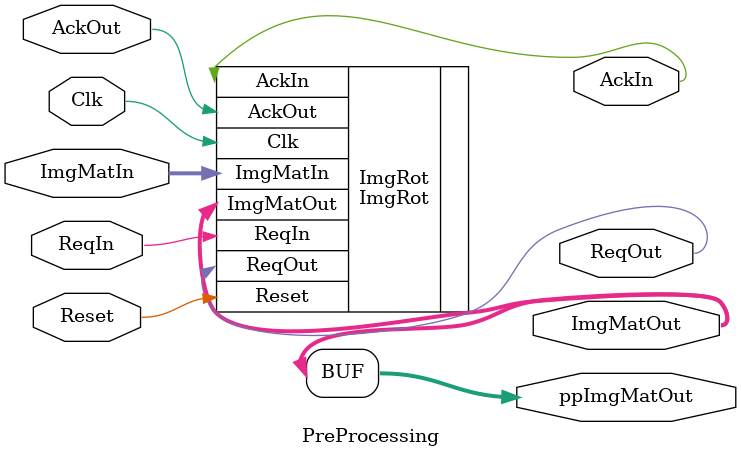
<source format=v>


module PreProcessing(
   Reset,            // Common to all
   Clk,              // Common to all
   ImgMatIn,         // The input image matrix
   AckOut,           // Acknowlegde from next stage
   ReqIn,            // Request from last stage
   ReqOut,           // Request to next stage
   AckIn,            // Acknowledge to last stage
   ImgMatOut,        // The output image matrix
   ppImgMatOut       // The preprocessed matrix
);

   /*****************************************************************************************************************/ 
   // Parameters 
   /*****************************************************************************************************************/

   parameter IMAGE_BITS = 8;
   parameter MATRIX_N_IN = 120;                    // Across
   parameter MATRIX_M_IN = 120;                    // Down
   parameter MATRIX_N_OUT =120;                    // Across
   parameter MATRIX_M_OUT = 120;                   // Down

   parameter FLAT_WIDE_IN = IMAGE_BITS*MATRIX_N_IN*MATRIX_M_IN;
   parameter FLAT_WIDE_OUT = IMAGE_BITS*MATRIX_N_OUT*MATRIX_M_OUT;



   /*****************************************************************************************************************/ 
   // Inputs 
   /*****************************************************************************************************************/

   input                            Reset;
   input                            Clk;
   input       [FLAT_WIDE_IN-1:0]   ImgMatIn;
   input                            AckOut;
   input                            ReqIn;



   /*****************************************************************************************************************/ 
   // Outputs 
   /*****************************************************************************************************************/
   
   output                           ReqOut;
   output                           AckIn;
   output      [FLAT_WIDE_OUT-1:0]  ImgMatOut;
   output      [FLAT_WIDE_OUT-1:0]  ppImgMatOut;


   /*****************************************************************************************************************/ 
   // Processing 
   /*****************************************************************************************************************/

   // -- Image rotation -- //
   ImgRot
   #(
      .IMAGE_BITS (IMAGE_BITS),
      .MATRIX_N   (MATRIX_N_OUT),
      .MATRIX_M   (MATRIX_M_OUT),
      .ROTATE     (90)
   )
   ImgRot
   (
      .Reset      (Reset),
      .Clk        (Clk),
      .ImgMatIn   (ImgMatIn),
      .AckOut     (AckOut),         // AND from both ACKS
      .ReqIn      (ReqIn),
      .ReqOut     (ReqOut),
      .AckIn      (AckIn),
      .ImgMatOut  (ImgMatOut)

   );
  
   /*****************************************************************************************************************/ 
   // Glue
   /*****************************************************************************************************************/
   
   assign ppImgMatOut = ImgMatOut;

   /*****************************************************************************************************************/ 
   // End 
   /*****************************************************************************************************************/
endmodule

</source>
